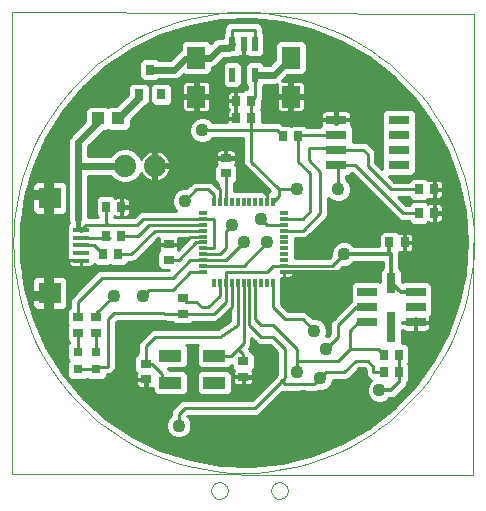
<source format=gtl>
G75*
G70*
%OFA0B0*%
%FSLAX24Y24*%
%IPPOS*%
%LPD*%
%AMOC8*
5,1,8,0,0,1.08239X$1,22.5*
%
%ADD10C,0.0000*%
%ADD11C,0.0039*%
%ADD12R,0.0315X0.0118*%
%ADD13R,0.0118X0.0315*%
%ADD14R,0.0748X0.0433*%
%ADD15R,0.0354X0.0276*%
%ADD16R,0.0551X0.0138*%
%ADD17R,0.0748X0.0709*%
%ADD18R,0.0276X0.0354*%
%ADD19R,0.0217X0.0472*%
%ADD20R,0.0630X0.0748*%
%ADD21R,0.0315X0.0354*%
%ADD22R,0.0433X0.0394*%
%ADD23R,0.0315X0.0315*%
%ADD24R,0.0709X0.0315*%
%ADD25R,0.0315X0.0984*%
%ADD26R,0.0315X0.0657*%
%ADD27R,0.0657X0.0315*%
%ADD28C,0.0740*%
%ADD29C,0.0100*%
%ADD30C,0.0436*%
%ADD31C,0.0120*%
%ADD32C,0.0320*%
%ADD33C,0.0240*%
%ADD34C,0.0160*%
D10*
X000100Y003545D02*
X000116Y018919D01*
X015512Y018879D01*
X015491Y003490D01*
X000100Y003545D01*
X006754Y002979D02*
X006756Y003012D01*
X006762Y003044D01*
X006771Y003075D01*
X006784Y003105D01*
X006801Y003133D01*
X006821Y003159D01*
X006844Y003183D01*
X006869Y003203D01*
X006897Y003221D01*
X006926Y003235D01*
X006957Y003245D01*
X006989Y003252D01*
X007022Y003255D01*
X007055Y003254D01*
X007087Y003249D01*
X007118Y003240D01*
X007149Y003228D01*
X007177Y003212D01*
X007204Y003193D01*
X007228Y003171D01*
X007249Y003146D01*
X007268Y003119D01*
X007283Y003090D01*
X007294Y003060D01*
X007302Y003028D01*
X007306Y002995D01*
X007306Y002963D01*
X007302Y002930D01*
X007294Y002898D01*
X007283Y002868D01*
X007268Y002839D01*
X007249Y002812D01*
X007228Y002787D01*
X007204Y002765D01*
X007177Y002746D01*
X007149Y002730D01*
X007118Y002718D01*
X007087Y002709D01*
X007055Y002704D01*
X007022Y002703D01*
X006989Y002706D01*
X006957Y002713D01*
X006926Y002723D01*
X006897Y002737D01*
X006869Y002755D01*
X006844Y002775D01*
X006821Y002799D01*
X006801Y002825D01*
X006784Y002853D01*
X006771Y002883D01*
X006762Y002914D01*
X006756Y002946D01*
X006754Y002979D01*
X008754Y002979D02*
X008756Y003012D01*
X008762Y003044D01*
X008771Y003075D01*
X008784Y003105D01*
X008801Y003133D01*
X008821Y003159D01*
X008844Y003183D01*
X008869Y003203D01*
X008897Y003221D01*
X008926Y003235D01*
X008957Y003245D01*
X008989Y003252D01*
X009022Y003255D01*
X009055Y003254D01*
X009087Y003249D01*
X009118Y003240D01*
X009149Y003228D01*
X009177Y003212D01*
X009204Y003193D01*
X009228Y003171D01*
X009249Y003146D01*
X009268Y003119D01*
X009283Y003090D01*
X009294Y003060D01*
X009302Y003028D01*
X009306Y002995D01*
X009306Y002963D01*
X009302Y002930D01*
X009294Y002898D01*
X009283Y002868D01*
X009268Y002839D01*
X009249Y002812D01*
X009228Y002787D01*
X009204Y002765D01*
X009177Y002746D01*
X009149Y002730D01*
X009118Y002718D01*
X009087Y002709D01*
X009055Y002704D01*
X009022Y002703D01*
X008989Y002706D01*
X008957Y002713D01*
X008926Y002723D01*
X008897Y002737D01*
X008869Y002755D01*
X008844Y002775D01*
X008821Y002799D01*
X008801Y002825D01*
X008784Y002853D01*
X008771Y002883D01*
X008762Y002914D01*
X008756Y002946D01*
X008754Y002979D01*
D11*
X000156Y011247D02*
X000165Y011624D01*
X000193Y011999D01*
X000239Y012373D01*
X000304Y012745D01*
X000386Y013112D01*
X000487Y013476D01*
X000605Y013833D01*
X000740Y014185D01*
X000893Y014529D01*
X001062Y014866D01*
X001248Y015194D01*
X001450Y015512D01*
X001667Y015820D01*
X001899Y016117D01*
X002145Y016403D01*
X002405Y016675D01*
X002677Y016935D01*
X002963Y017181D01*
X003260Y017413D01*
X003568Y017630D01*
X003886Y017832D01*
X004214Y018018D01*
X004551Y018187D01*
X004895Y018340D01*
X005247Y018475D01*
X005604Y018593D01*
X005968Y018694D01*
X006335Y018776D01*
X006707Y018841D01*
X007081Y018887D01*
X007456Y018915D01*
X007833Y018924D01*
X008210Y018915D01*
X008585Y018887D01*
X008959Y018841D01*
X009331Y018776D01*
X009698Y018694D01*
X010062Y018593D01*
X010419Y018475D01*
X010771Y018340D01*
X011115Y018187D01*
X011452Y018018D01*
X011780Y017832D01*
X012098Y017630D01*
X012406Y017413D01*
X012703Y017181D01*
X012989Y016935D01*
X013261Y016675D01*
X013521Y016403D01*
X013767Y016117D01*
X013999Y015820D01*
X014216Y015512D01*
X014418Y015194D01*
X014604Y014866D01*
X014773Y014529D01*
X014926Y014185D01*
X015061Y013833D01*
X015179Y013476D01*
X015280Y013112D01*
X015362Y012745D01*
X015427Y012373D01*
X015473Y011999D01*
X015501Y011624D01*
X015510Y011247D01*
X015501Y010870D01*
X015473Y010495D01*
X015427Y010121D01*
X015362Y009749D01*
X015280Y009382D01*
X015179Y009018D01*
X015061Y008661D01*
X014926Y008309D01*
X014773Y007965D01*
X014604Y007628D01*
X014418Y007300D01*
X014216Y006982D01*
X013999Y006674D01*
X013767Y006377D01*
X013521Y006091D01*
X013261Y005819D01*
X012989Y005559D01*
X012703Y005313D01*
X012406Y005081D01*
X012098Y004864D01*
X011780Y004662D01*
X011452Y004476D01*
X011115Y004307D01*
X010771Y004154D01*
X010419Y004019D01*
X010062Y003901D01*
X009698Y003800D01*
X009331Y003718D01*
X008959Y003653D01*
X008585Y003607D01*
X008210Y003579D01*
X007833Y003570D01*
X007456Y003579D01*
X007081Y003607D01*
X006707Y003653D01*
X006335Y003718D01*
X005968Y003800D01*
X005604Y003901D01*
X005247Y004019D01*
X004895Y004154D01*
X004551Y004307D01*
X004214Y004476D01*
X003886Y004662D01*
X003568Y004864D01*
X003260Y005081D01*
X002963Y005313D01*
X002677Y005559D01*
X002405Y005819D01*
X002145Y006091D01*
X001899Y006377D01*
X001667Y006674D01*
X001450Y006982D01*
X001248Y007300D01*
X001062Y007628D01*
X000893Y007965D01*
X000740Y008309D01*
X000605Y008661D01*
X000487Y009018D01*
X000386Y009382D01*
X000304Y009749D01*
X000239Y010121D01*
X000193Y010495D01*
X000165Y010870D01*
X000156Y011247D01*
D12*
X006494Y011247D03*
X006494Y011050D03*
X006494Y010853D03*
X006494Y010656D03*
X006494Y010460D03*
X006494Y010263D03*
X006494Y011444D03*
X006494Y011641D03*
X006494Y011838D03*
X006494Y012034D03*
X006494Y012231D03*
X009172Y012231D03*
X009172Y012034D03*
X009172Y011838D03*
X009172Y011641D03*
X009172Y011444D03*
X009172Y011247D03*
X009172Y011050D03*
X009172Y010853D03*
X009172Y010656D03*
X009172Y010460D03*
X009172Y010263D03*
D13*
X008817Y009908D03*
X008620Y009908D03*
X008424Y009908D03*
X008227Y009908D03*
X008030Y009908D03*
X007833Y009908D03*
X007636Y009908D03*
X007439Y009908D03*
X007243Y009908D03*
X007046Y009908D03*
X006849Y009908D03*
X006849Y012586D03*
X007046Y012586D03*
X007243Y012586D03*
X007439Y012586D03*
X007636Y012586D03*
X007833Y012586D03*
X008030Y012586D03*
X008227Y012586D03*
X008424Y012586D03*
X008620Y012586D03*
X008817Y012586D03*
D14*
X006850Y007479D03*
X006850Y006574D03*
X005394Y006574D03*
X005394Y007479D03*
D15*
X004581Y007202D03*
X004581Y006690D03*
X002912Y008235D03*
X002912Y008747D03*
X002321Y008747D03*
X002321Y008235D03*
X005333Y010675D03*
X005333Y011186D03*
X005802Y009385D03*
X005802Y008873D03*
X007819Y007282D03*
X007819Y006771D03*
X007243Y013550D03*
X007243Y014062D03*
D16*
X002418Y011660D03*
X002418Y011405D03*
X002418Y011149D03*
X002418Y010893D03*
X002418Y010637D03*
D17*
X001375Y009574D03*
X001375Y012723D03*
D18*
X003246Y012428D03*
X003758Y012428D03*
X003750Y011464D03*
X003238Y011464D03*
X003139Y010849D03*
X003651Y010849D03*
X007577Y015381D03*
X008089Y015381D03*
X008089Y015971D03*
X007577Y015971D03*
X009152Y014790D03*
X009664Y014790D03*
X012695Y011247D03*
X013207Y011247D03*
X013680Y012231D03*
X014191Y012231D03*
X014191Y013019D03*
X013680Y013019D03*
X013010Y007507D03*
X013010Y006916D03*
X012498Y006916D03*
X012498Y007507D03*
D19*
X008207Y016838D03*
X007459Y016838D03*
X007459Y017861D03*
X007833Y017861D03*
X008207Y017861D03*
D20*
X009408Y017408D03*
X009408Y016109D03*
X006258Y016109D03*
X006258Y017408D03*
D21*
X005089Y016184D03*
X004341Y016184D03*
X004715Y017011D03*
D22*
X003656Y015381D03*
X002987Y015381D03*
D23*
X002912Y007605D03*
X002912Y007015D03*
X002321Y007015D03*
X002321Y007605D03*
D24*
X010917Y013844D03*
X010917Y014344D03*
X010917Y014844D03*
X010917Y015344D03*
X013017Y015344D03*
X013017Y014844D03*
X013017Y014344D03*
X013017Y013844D03*
D25*
X012754Y008432D03*
D26*
X012754Y009895D03*
D27*
X011941Y009582D03*
X011941Y009082D03*
X011941Y008582D03*
X013567Y008582D03*
X013567Y009082D03*
X013567Y009582D03*
D28*
X004880Y013806D03*
X003880Y013806D03*
D29*
X003462Y014208D02*
X002651Y014208D01*
X002651Y014136D02*
X002651Y014457D01*
X003169Y014974D01*
X003290Y014974D01*
X003321Y015005D01*
X003352Y014974D01*
X003959Y014974D01*
X004082Y015097D01*
X004082Y015341D01*
X004539Y015797D01*
X004585Y015797D01*
X004708Y015920D01*
X004708Y016448D01*
X004585Y016571D01*
X004096Y016571D01*
X003973Y016448D01*
X003973Y016165D01*
X003596Y015788D01*
X003352Y015788D01*
X003321Y015757D01*
X003290Y015788D01*
X002683Y015788D01*
X002560Y015665D01*
X002560Y015299D01*
X002041Y014780D01*
X001991Y014659D01*
X001991Y011969D01*
X002019Y011903D01*
X001933Y011816D01*
X001933Y010737D01*
X001993Y010677D01*
X001993Y010637D01*
X002033Y010637D01*
X001993Y010637D01*
X001993Y010548D01*
X002003Y010510D01*
X002022Y010476D01*
X002050Y010448D01*
X002085Y010428D01*
X002123Y010418D01*
X002418Y010418D01*
X002418Y010614D01*
X002418Y010614D01*
X002418Y010418D01*
X002713Y010418D01*
X002752Y010428D01*
X002786Y010448D01*
X002814Y010476D01*
X002833Y010510D01*
X002840Y010536D01*
X002915Y010461D01*
X003364Y010461D01*
X003395Y010493D01*
X003426Y010461D01*
X003876Y010461D01*
X003999Y010584D01*
X003999Y010591D01*
X004096Y010593D01*
X004145Y010593D01*
X004148Y010595D01*
X004151Y010595D01*
X004195Y010614D01*
X004240Y010633D01*
X004242Y010635D01*
X004245Y010636D01*
X004279Y010672D01*
X004988Y011381D01*
X005016Y011381D01*
X005006Y011344D01*
X005006Y011205D01*
X005314Y011205D01*
X005314Y011168D01*
X005006Y011168D01*
X005006Y011029D01*
X005016Y010991D01*
X005024Y010977D01*
X004946Y010899D01*
X004946Y010450D01*
X005069Y010327D01*
X005364Y010327D01*
X005363Y010326D01*
X003057Y010326D01*
X002961Y010286D01*
X002174Y009499D01*
X002101Y009426D01*
X002061Y009330D01*
X002061Y009095D01*
X002057Y009095D01*
X001934Y008972D01*
X001934Y008522D01*
X001965Y008491D01*
X001934Y008460D01*
X001934Y008010D01*
X002024Y007920D01*
X001954Y007850D01*
X001954Y007361D01*
X002005Y007310D01*
X001954Y007259D01*
X001954Y006770D01*
X002077Y006647D01*
X002566Y006647D01*
X002617Y006698D01*
X002667Y006647D01*
X003156Y006647D01*
X003279Y006770D01*
X003279Y006853D01*
X003357Y006853D01*
X003453Y006893D01*
X003526Y006966D01*
X003566Y007061D01*
X003566Y008580D01*
X003610Y008625D01*
X005070Y008625D01*
X005227Y008616D01*
X005234Y008613D01*
X005278Y008613D01*
X005323Y008611D01*
X005330Y008613D01*
X005450Y008613D01*
X005537Y008525D01*
X006066Y008525D01*
X006154Y008613D01*
X006889Y008613D01*
X006984Y008653D01*
X007376Y009045D01*
X007376Y008630D01*
X006967Y008357D01*
X004829Y008357D01*
X004733Y008318D01*
X004434Y008019D01*
X004361Y007946D01*
X004321Y007850D01*
X004321Y007550D01*
X004317Y007550D01*
X004194Y007427D01*
X004194Y006977D01*
X004272Y006899D01*
X004264Y006886D01*
X004254Y006848D01*
X004254Y006709D01*
X004562Y006709D01*
X004562Y006671D01*
X004600Y006671D01*
X004600Y006403D01*
X004778Y006403D01*
X004810Y006411D01*
X004810Y006270D01*
X004933Y006147D01*
X005855Y006147D01*
X005978Y006270D01*
X005978Y006877D01*
X005855Y007000D01*
X005354Y007000D01*
X005349Y007012D01*
X005308Y007053D01*
X005855Y007053D01*
X005978Y007176D01*
X005978Y007783D01*
X005923Y007837D01*
X006321Y007837D01*
X006266Y007783D01*
X006266Y007176D01*
X006389Y007053D01*
X007311Y007053D01*
X007432Y007173D01*
X007432Y007058D01*
X007510Y006980D01*
X007502Y006966D01*
X007492Y006928D01*
X007492Y006790D01*
X007800Y006790D01*
X007800Y006752D01*
X007492Y006752D01*
X007492Y006613D01*
X007502Y006575D01*
X007522Y006541D01*
X007550Y006513D01*
X007584Y006493D01*
X007622Y006483D01*
X007800Y006483D01*
X007800Y006752D01*
X007838Y006752D01*
X007838Y006790D01*
X008146Y006790D01*
X008146Y006928D01*
X008136Y006966D01*
X008128Y006980D01*
X008206Y007058D01*
X008206Y007507D01*
X008083Y007630D01*
X008055Y007630D01*
X008039Y007668D01*
X008004Y007704D01*
X008053Y007753D01*
X008093Y007849D01*
X008093Y008060D01*
X008203Y007950D01*
X008276Y007877D01*
X008372Y007837D01*
X008710Y007837D01*
X008951Y007596D01*
X008951Y006841D01*
X008884Y006774D01*
X008874Y006750D01*
X008119Y005995D01*
X005813Y005995D01*
X005717Y005956D01*
X005520Y005759D01*
X005447Y005686D01*
X005408Y005590D01*
X005408Y005490D01*
X005305Y005387D01*
X005240Y005230D01*
X005240Y005060D01*
X005305Y004902D01*
X005425Y004782D01*
X005583Y004717D01*
X005753Y004717D01*
X005910Y004782D01*
X006031Y004902D01*
X006096Y005060D01*
X006096Y005230D01*
X006031Y005387D01*
X005957Y005460D01*
X005972Y005475D01*
X008278Y005475D01*
X008374Y005515D01*
X008447Y005588D01*
X009125Y006266D01*
X009157Y006253D01*
X009265Y006253D01*
X009289Y006263D01*
X010247Y006263D01*
X010316Y006291D01*
X010477Y006291D01*
X010635Y006357D01*
X010755Y006477D01*
X010820Y006634D01*
X010820Y006656D01*
X011231Y006656D01*
X011327Y006696D01*
X011400Y006769D01*
X011681Y007050D01*
X011859Y007050D01*
X011904Y007005D01*
X011904Y006865D01*
X011943Y006769D01*
X012017Y006696D01*
X012093Y006664D01*
X011998Y006568D01*
X011933Y006411D01*
X011933Y006241D01*
X011998Y006083D01*
X012118Y005963D01*
X012275Y005898D01*
X012446Y005898D01*
X012603Y005963D01*
X012696Y006056D01*
X012808Y006056D01*
X012907Y006097D01*
X012983Y006173D01*
X013239Y006429D01*
X013280Y006528D01*
X013280Y006574D01*
X013358Y006652D01*
X013358Y007180D01*
X013327Y007212D01*
X013358Y007243D01*
X013358Y007771D01*
X013235Y007894D01*
X013122Y007894D01*
X013122Y008329D01*
X013146Y008304D01*
X013181Y008284D01*
X013219Y008274D01*
X013539Y008274D01*
X013539Y008553D01*
X013596Y008553D01*
X013596Y008274D01*
X013916Y008274D01*
X013954Y008284D01*
X013988Y008304D01*
X014016Y008332D01*
X014036Y008366D01*
X014046Y008404D01*
X014046Y008553D01*
X013596Y008553D01*
X013596Y008610D01*
X014046Y008610D01*
X014046Y008759D01*
X014042Y008773D01*
X014106Y008837D01*
X014106Y009326D01*
X014101Y009332D01*
X014106Y009337D01*
X014106Y009826D01*
X013983Y009949D01*
X013152Y009949D01*
X013122Y009919D01*
X013122Y010310D01*
X013024Y010408D01*
X013024Y010907D01*
X013015Y010929D01*
X013050Y010920D01*
X013188Y010920D01*
X013188Y011228D01*
X013226Y011228D01*
X013226Y010920D01*
X013365Y010920D01*
X013403Y010930D01*
X013437Y010950D01*
X013465Y010978D01*
X013485Y011012D01*
X013495Y011050D01*
X013495Y011228D01*
X013226Y011228D01*
X013226Y011266D01*
X013188Y011266D01*
X013188Y011574D01*
X013050Y011574D01*
X013011Y011564D01*
X012998Y011556D01*
X012920Y011634D01*
X012470Y011634D01*
X012347Y011511D01*
X012347Y011123D01*
X011515Y011123D01*
X011422Y011216D01*
X011265Y011281D01*
X011094Y011281D01*
X010937Y011216D01*
X010817Y011096D01*
X010751Y010939D01*
X010751Y010793D01*
X010678Y010720D01*
X009539Y010720D01*
X009539Y011381D01*
X009853Y011381D01*
X009949Y011420D01*
X010022Y011493D01*
X010539Y012011D01*
X010539Y012011D01*
X010613Y012084D01*
X010652Y012180D01*
X010652Y012744D01*
X010740Y012656D01*
X010898Y012591D01*
X011068Y012591D01*
X011225Y012656D01*
X011346Y012776D01*
X011411Y012934D01*
X011411Y013104D01*
X011346Y013261D01*
X011243Y013364D01*
X011243Y013476D01*
X011358Y013476D01*
X011447Y013565D01*
X012928Y012084D01*
X013001Y012011D01*
X013096Y011971D01*
X013332Y011971D01*
X013332Y011967D01*
X013455Y011844D01*
X013904Y011844D01*
X013982Y011922D01*
X013996Y011914D01*
X014034Y011904D01*
X014172Y011904D01*
X014172Y012212D01*
X014210Y012212D01*
X014210Y011904D01*
X014349Y011904D01*
X014387Y011914D01*
X014421Y011934D01*
X014449Y011962D01*
X014469Y011996D01*
X014479Y012034D01*
X014479Y012212D01*
X014210Y012212D01*
X014210Y012250D01*
X014172Y012250D01*
X014172Y012558D01*
X014034Y012558D01*
X013996Y012548D01*
X013982Y012541D01*
X013904Y012618D01*
X013455Y012618D01*
X013332Y012495D01*
X013332Y012491D01*
X013256Y012491D01*
X012988Y012759D01*
X013332Y012759D01*
X013332Y012755D01*
X013455Y012632D01*
X013904Y012632D01*
X013982Y012709D01*
X013996Y012702D01*
X014034Y012692D01*
X014172Y012692D01*
X014172Y013000D01*
X014210Y013000D01*
X014210Y012692D01*
X014349Y012692D01*
X014387Y012702D01*
X014421Y012722D01*
X014449Y012749D01*
X014469Y012784D01*
X014479Y012822D01*
X014479Y013000D01*
X014210Y013000D01*
X014210Y013038D01*
X014172Y013038D01*
X014172Y013346D01*
X014034Y013346D01*
X013996Y013336D01*
X013982Y013328D01*
X013904Y013406D01*
X013455Y013406D01*
X013332Y013283D01*
X013332Y013279D01*
X012862Y013279D01*
X012665Y013476D01*
X013458Y013476D01*
X013581Y013599D01*
X013581Y014088D01*
X013576Y014094D01*
X013581Y014099D01*
X013581Y014588D01*
X013576Y014594D01*
X013581Y014599D01*
X013581Y015088D01*
X013576Y015094D01*
X013581Y015099D01*
X013581Y015588D01*
X013458Y015711D01*
X012576Y015711D01*
X012453Y015588D01*
X012453Y015099D01*
X012458Y015094D01*
X012453Y015088D01*
X012453Y014599D01*
X012458Y014594D01*
X012453Y014588D01*
X012453Y014099D01*
X012458Y014094D01*
X012453Y014088D01*
X012453Y013688D01*
X012227Y013914D01*
X012227Y014252D01*
X012187Y014347D01*
X012114Y014420D01*
X011971Y014564D01*
X011875Y014604D01*
X011481Y014604D01*
X011481Y015088D01*
X011417Y015152D01*
X011421Y015166D01*
X011421Y015315D01*
X010946Y015315D01*
X010946Y015372D01*
X011421Y015372D01*
X011421Y015521D01*
X011411Y015559D01*
X011391Y015593D01*
X011363Y015621D01*
X011329Y015641D01*
X011291Y015651D01*
X010946Y015651D01*
X010946Y015372D01*
X010888Y015372D01*
X010888Y015315D01*
X010413Y015315D01*
X010413Y015166D01*
X010416Y015152D01*
X010368Y015104D01*
X009963Y015104D01*
X009889Y015178D01*
X009439Y015178D01*
X009408Y015146D01*
X009377Y015178D01*
X009132Y015178D01*
X009102Y015208D01*
X009007Y015247D01*
X008437Y015247D01*
X008437Y015645D01*
X008406Y015676D01*
X008437Y015707D01*
X008437Y015965D01*
X008467Y016038D01*
X008467Y016456D01*
X008519Y016508D01*
X008903Y016508D01*
X008949Y016527D01*
X008943Y016503D01*
X008943Y016159D01*
X009358Y016159D01*
X009358Y016059D01*
X009458Y016059D01*
X009458Y015585D01*
X009743Y015585D01*
X009781Y015595D01*
X009815Y015615D01*
X009843Y015643D01*
X009863Y015677D01*
X009873Y015715D01*
X009873Y016059D01*
X009458Y016059D01*
X009458Y016159D01*
X009873Y016159D01*
X009873Y016503D01*
X009863Y016541D01*
X009843Y016575D01*
X009815Y016603D01*
X009781Y016623D01*
X009743Y016633D01*
X009458Y016633D01*
X009458Y016159D01*
X009358Y016159D01*
X009358Y016633D01*
X009099Y016633D01*
X009291Y016824D01*
X009810Y016824D01*
X009933Y016947D01*
X009933Y017869D01*
X009810Y017992D01*
X009006Y017992D01*
X008883Y017869D01*
X008883Y017350D01*
X008700Y017168D01*
X008519Y017168D01*
X008402Y017284D01*
X008012Y017284D01*
X007889Y017161D01*
X007889Y016932D01*
X007877Y016903D01*
X007877Y016772D01*
X007889Y016744D01*
X007889Y016514D01*
X007947Y016456D01*
X007947Y016359D01*
X007864Y016359D01*
X007786Y016281D01*
X007773Y016288D01*
X007735Y016299D01*
X007596Y016299D01*
X007596Y015990D01*
X007558Y015990D01*
X007558Y015953D01*
X007289Y015953D01*
X007289Y015775D01*
X007300Y015736D01*
X007319Y015702D01*
X007345Y015676D01*
X007319Y015650D01*
X007300Y015616D01*
X007289Y015578D01*
X007289Y015400D01*
X007558Y015400D01*
X007558Y015362D01*
X007289Y015362D01*
X007289Y015247D01*
X006801Y015247D01*
X006698Y015350D01*
X006540Y015415D01*
X006370Y015415D01*
X006213Y015350D01*
X006092Y015230D01*
X006027Y015072D01*
X006027Y014902D01*
X006092Y014745D01*
X006213Y014624D01*
X006370Y014559D01*
X006540Y014559D01*
X006698Y014624D01*
X006801Y014727D01*
X007829Y014727D01*
X007829Y013892D01*
X007869Y013797D01*
X008712Y012953D01*
X008671Y012953D01*
X008620Y012902D01*
X008570Y012953D01*
X007503Y012953D01*
X007503Y013202D01*
X007507Y013202D01*
X007630Y013325D01*
X007630Y013775D01*
X007552Y013853D01*
X007559Y013866D01*
X007570Y013904D01*
X007570Y014043D01*
X007261Y014043D01*
X007261Y014081D01*
X007224Y014081D01*
X007224Y014350D01*
X007046Y014350D01*
X007007Y014340D01*
X006973Y014320D01*
X006945Y014292D01*
X006926Y014258D01*
X006915Y014220D01*
X006915Y014081D01*
X007224Y014081D01*
X007224Y014043D01*
X006915Y014043D01*
X006915Y013904D01*
X006926Y013866D01*
X006933Y013853D01*
X006855Y013775D01*
X006855Y013325D01*
X006978Y013202D01*
X006983Y013202D01*
X006983Y013056D01*
X006872Y013166D01*
X006799Y013239D01*
X006704Y013279D01*
X006207Y013279D01*
X006111Y013239D01*
X006038Y013166D01*
X005925Y013053D01*
X005779Y013053D01*
X005622Y012988D01*
X005502Y012868D01*
X005436Y012710D01*
X005436Y012540D01*
X005502Y012382D01*
X005590Y012294D01*
X004435Y012294D01*
X004339Y012255D01*
X004182Y012098D01*
X003528Y012098D01*
X003549Y012119D01*
X003563Y012111D01*
X003601Y012101D01*
X003739Y012101D01*
X003739Y012409D01*
X003777Y012409D01*
X003777Y012101D01*
X003916Y012101D01*
X003954Y012111D01*
X003988Y012131D01*
X004016Y012159D01*
X004036Y012193D01*
X004046Y012231D01*
X004046Y012409D01*
X003777Y012409D01*
X003777Y012447D01*
X003739Y012447D01*
X003739Y012755D01*
X003601Y012755D01*
X003563Y012745D01*
X003549Y012737D01*
X003471Y012815D01*
X003022Y012815D01*
X002899Y012692D01*
X002899Y012164D01*
X002965Y012098D01*
X002651Y012098D01*
X002651Y013476D01*
X003390Y013476D01*
X003552Y013314D01*
X003765Y013226D01*
X003996Y013226D01*
X004209Y013314D01*
X004372Y013478D01*
X004413Y013577D01*
X004436Y013534D01*
X004484Y013467D01*
X004542Y013409D01*
X004608Y013361D01*
X004681Y013324D01*
X004759Y013299D01*
X004830Y013288D01*
X004830Y013756D01*
X004930Y013756D01*
X004930Y013288D01*
X005002Y013299D01*
X005080Y013324D01*
X005153Y013361D01*
X005219Y013409D01*
X005277Y013467D01*
X005325Y013534D01*
X005362Y013606D01*
X005388Y013684D01*
X005399Y013756D01*
X004930Y013756D01*
X004930Y013856D01*
X004830Y013856D01*
X004830Y014325D01*
X004759Y014313D01*
X004681Y014288D01*
X004608Y014251D01*
X004542Y014203D01*
X004484Y014145D01*
X004436Y014079D01*
X004413Y014035D01*
X004372Y014135D01*
X004209Y014298D01*
X003996Y014386D01*
X003765Y014386D01*
X003552Y014298D01*
X003390Y014136D01*
X002651Y014136D01*
X002651Y014306D02*
X003573Y014306D01*
X003331Y014996D02*
X003312Y014996D01*
X003092Y014897D02*
X006029Y014897D01*
X006027Y014996D02*
X003981Y014996D01*
X004080Y015094D02*
X006036Y015094D01*
X006077Y015193D02*
X004082Y015193D01*
X004082Y015291D02*
X006154Y015291D01*
X006309Y015390D02*
X004132Y015390D01*
X004230Y015488D02*
X007289Y015488D01*
X007292Y015587D02*
X006599Y015587D01*
X006593Y015585D02*
X006631Y015595D01*
X006665Y015615D01*
X006693Y015643D01*
X006713Y015677D01*
X006723Y015715D01*
X006723Y016059D01*
X006308Y016059D01*
X006308Y015585D01*
X006593Y015585D01*
X006715Y015685D02*
X007336Y015685D01*
X007289Y015784D02*
X006723Y015784D01*
X006723Y015882D02*
X007289Y015882D01*
X007289Y015990D02*
X007558Y015990D01*
X007558Y016299D01*
X007420Y016299D01*
X007381Y016288D01*
X007347Y016269D01*
X007319Y016241D01*
X007300Y016207D01*
X007289Y016168D01*
X007289Y015990D01*
X007289Y016079D02*
X006308Y016079D01*
X006308Y016059D02*
X006308Y016159D01*
X006208Y016159D01*
X006208Y016059D01*
X006308Y016059D01*
X006308Y015981D02*
X006208Y015981D01*
X006208Y016059D02*
X006208Y015585D01*
X005924Y015585D01*
X005885Y015595D01*
X005851Y015615D01*
X005823Y015643D01*
X005804Y015677D01*
X005793Y015715D01*
X005793Y016059D01*
X006208Y016059D01*
X006208Y016079D02*
X005456Y016079D01*
X005456Y015981D02*
X005793Y015981D01*
X005793Y015882D02*
X005419Y015882D01*
X005456Y015920D02*
X005333Y015797D01*
X004845Y015797D01*
X004721Y015920D01*
X004721Y016448D01*
X004845Y016571D01*
X005333Y016571D01*
X005456Y016448D01*
X005456Y015920D01*
X005456Y016178D02*
X005793Y016178D01*
X005793Y016159D02*
X005793Y016503D01*
X005804Y016541D01*
X005823Y016575D01*
X005851Y016603D01*
X005885Y016623D01*
X005924Y016633D01*
X006208Y016633D01*
X006208Y016159D01*
X005793Y016159D01*
X005793Y016276D02*
X005456Y016276D01*
X005456Y016375D02*
X005793Y016375D01*
X005793Y016473D02*
X005431Y016473D01*
X005592Y016681D02*
X005713Y016731D01*
X005806Y016824D01*
X005831Y016849D01*
X005856Y016824D01*
X006660Y016824D01*
X006783Y016947D01*
X006783Y017081D01*
X006898Y017129D01*
X007182Y017413D01*
X007407Y017413D01*
X007411Y017415D01*
X007654Y017415D01*
X007714Y017475D01*
X007829Y017475D01*
X007829Y017857D01*
X007837Y017857D01*
X007837Y017475D01*
X007952Y017475D01*
X008012Y017415D01*
X008402Y017415D01*
X008525Y017538D01*
X008525Y018184D01*
X008487Y018223D01*
X008487Y018385D01*
X008447Y018481D01*
X008374Y018554D01*
X008278Y018594D01*
X007388Y018594D01*
X007292Y018554D01*
X007219Y018481D01*
X007179Y018385D01*
X007179Y018223D01*
X007141Y018184D01*
X007141Y018073D01*
X006980Y018073D01*
X006859Y018023D01*
X006766Y017930D01*
X006744Y017908D01*
X006660Y017992D01*
X005856Y017992D01*
X005733Y017869D01*
X005733Y017652D01*
X005678Y017629D01*
X005389Y017341D01*
X005017Y017341D01*
X004959Y017398D01*
X004470Y017398D01*
X004347Y017275D01*
X004347Y016747D01*
X004470Y016624D01*
X004959Y016624D01*
X005017Y016681D01*
X005592Y016681D01*
X005751Y016769D02*
X007141Y016769D01*
X007141Y016867D02*
X006703Y016867D01*
X006783Y016966D02*
X007141Y016966D01*
X007141Y017064D02*
X006783Y017064D01*
X006932Y017163D02*
X007143Y017163D01*
X007141Y017161D02*
X007264Y017284D01*
X007654Y017284D01*
X007777Y017161D01*
X007777Y016514D01*
X007654Y016391D01*
X007264Y016391D01*
X007141Y016514D01*
X007141Y017161D01*
X007241Y017261D02*
X007031Y017261D01*
X007129Y017360D02*
X008883Y017360D01*
X008883Y017458D02*
X008446Y017458D01*
X008525Y017557D02*
X008883Y017557D01*
X008883Y017655D02*
X008525Y017655D01*
X008525Y017754D02*
X008883Y017754D01*
X008883Y017852D02*
X008525Y017852D01*
X008525Y017951D02*
X008964Y017951D01*
X008525Y018049D02*
X010829Y018049D01*
X011073Y017951D02*
X009851Y017951D01*
X009933Y017852D02*
X011251Y017852D01*
X011098Y017941D02*
X011998Y017421D01*
X012816Y016782D01*
X013538Y016034D01*
X014149Y015194D01*
X014637Y014276D01*
X014992Y013300D01*
X015208Y012284D01*
X015281Y011247D01*
X015208Y010211D01*
X014992Y009194D01*
X014637Y008218D01*
X014149Y007300D01*
X013538Y006460D01*
X012816Y005712D01*
X011998Y005073D01*
X011098Y004553D01*
X010134Y004164D01*
X009126Y003913D01*
X008093Y003804D01*
X007055Y003840D01*
X006031Y004021D01*
X005043Y004342D01*
X004109Y004797D01*
X003248Y005378D01*
X002476Y006074D01*
X001808Y006870D01*
X001257Y007751D01*
X000835Y008700D01*
X000548Y009699D01*
X000404Y010728D01*
X000404Y011767D01*
X000548Y012795D01*
X000835Y013794D01*
X001257Y014743D01*
X001808Y015625D01*
X002476Y016421D01*
X003248Y017116D01*
X004109Y017697D01*
X005043Y018152D01*
X006031Y018473D01*
X007055Y018654D01*
X008047Y018688D01*
X008110Y018688D01*
X009126Y018581D01*
X010134Y018330D01*
X011098Y017941D01*
X011422Y017754D02*
X009933Y017754D01*
X009933Y017655D02*
X011592Y017655D01*
X011763Y017557D02*
X009933Y017557D01*
X009933Y017458D02*
X011933Y017458D01*
X012076Y017360D02*
X009933Y017360D01*
X009933Y017261D02*
X012202Y017261D01*
X012328Y017163D02*
X009933Y017163D01*
X009933Y017064D02*
X012454Y017064D01*
X012580Y016966D02*
X009933Y016966D01*
X009853Y016867D02*
X012707Y016867D01*
X012829Y016769D02*
X009235Y016769D01*
X009137Y016670D02*
X012924Y016670D01*
X013019Y016572D02*
X009845Y016572D01*
X009873Y016473D02*
X013114Y016473D01*
X013209Y016375D02*
X009873Y016375D01*
X009873Y016276D02*
X013304Y016276D01*
X013399Y016178D02*
X009873Y016178D01*
X009873Y015981D02*
X013577Y015981D01*
X013648Y015882D02*
X009873Y015882D01*
X009873Y015784D02*
X013720Y015784D01*
X013792Y015685D02*
X013484Y015685D01*
X013581Y015587D02*
X013863Y015587D01*
X013935Y015488D02*
X013581Y015488D01*
X013581Y015390D02*
X014006Y015390D01*
X014078Y015291D02*
X013581Y015291D01*
X013581Y015193D02*
X014149Y015193D01*
X014202Y015094D02*
X013577Y015094D01*
X013581Y014996D02*
X014254Y014996D01*
X014306Y014897D02*
X013581Y014897D01*
X013581Y014799D02*
X014359Y014799D01*
X014411Y014700D02*
X013581Y014700D01*
X013581Y014602D02*
X014464Y014602D01*
X014516Y014503D02*
X013581Y014503D01*
X013581Y014405D02*
X014568Y014405D01*
X014621Y014306D02*
X013581Y014306D01*
X013581Y014208D02*
X014662Y014208D01*
X014697Y014109D02*
X013581Y014109D01*
X013581Y014011D02*
X014733Y014011D01*
X014769Y013912D02*
X013581Y013912D01*
X013581Y013814D02*
X014805Y013814D01*
X014841Y013715D02*
X013581Y013715D01*
X013581Y013617D02*
X014877Y013617D01*
X014913Y013518D02*
X013501Y013518D01*
X013370Y013321D02*
X012819Y013321D01*
X012721Y013420D02*
X014948Y013420D01*
X014984Y013321D02*
X014412Y013321D01*
X014421Y013316D02*
X014387Y013336D01*
X014349Y013346D01*
X014210Y013346D01*
X014210Y013038D01*
X014479Y013038D01*
X014479Y013216D01*
X014469Y013254D01*
X014449Y013288D01*
X014421Y013316D01*
X014477Y013223D02*
X015008Y013223D01*
X015029Y013124D02*
X014479Y013124D01*
X014479Y012927D02*
X015071Y012927D01*
X015092Y012829D02*
X014479Y012829D01*
X014430Y012730D02*
X015113Y012730D01*
X015134Y012632D02*
X013905Y012632D01*
X014172Y012730D02*
X014210Y012730D01*
X014210Y012829D02*
X014172Y012829D01*
X014172Y012927D02*
X014210Y012927D01*
X014210Y013026D02*
X015050Y013026D01*
X015155Y012533D02*
X014413Y012533D01*
X014421Y012528D02*
X014387Y012548D01*
X014349Y012558D01*
X014210Y012558D01*
X014210Y012250D01*
X014479Y012250D01*
X014479Y012428D01*
X014469Y012466D01*
X014449Y012501D01*
X014421Y012528D01*
X014477Y012435D02*
X015176Y012435D01*
X015197Y012336D02*
X014479Y012336D01*
X014479Y012139D02*
X015218Y012139D01*
X015225Y012041D02*
X014479Y012041D01*
X014430Y011942D02*
X015232Y011942D01*
X015239Y011844D02*
X010372Y011844D01*
X010274Y011745D02*
X015246Y011745D01*
X015253Y011647D02*
X010175Y011647D01*
X010077Y011548D02*
X012385Y011548D01*
X012347Y011450D02*
X009978Y011450D01*
X009802Y011641D02*
X009172Y011641D01*
X009172Y011838D02*
X008620Y011838D01*
X008424Y012034D01*
X008620Y012586D02*
X008620Y012822D01*
X008424Y013019D01*
X008541Y013124D02*
X007503Y013124D01*
X007503Y013026D02*
X008639Y013026D01*
X008646Y012927D02*
X008595Y012927D01*
X008442Y013223D02*
X007527Y013223D01*
X007626Y013321D02*
X008344Y013321D01*
X008245Y013420D02*
X007630Y013420D01*
X007630Y013518D02*
X008147Y013518D01*
X008048Y013617D02*
X007630Y013617D01*
X007630Y013715D02*
X007950Y013715D01*
X007861Y013814D02*
X007591Y013814D01*
X007570Y013912D02*
X007829Y013912D01*
X007829Y014011D02*
X007570Y014011D01*
X007570Y014081D02*
X007570Y014220D01*
X007559Y014258D01*
X007540Y014292D01*
X007512Y014320D01*
X007478Y014340D01*
X007439Y014350D01*
X007261Y014350D01*
X007261Y014081D01*
X007570Y014081D01*
X007570Y014109D02*
X007829Y014109D01*
X007829Y014208D02*
X007570Y014208D01*
X007525Y014306D02*
X007829Y014306D01*
X007829Y014405D02*
X002651Y014405D01*
X002698Y014503D02*
X007829Y014503D01*
X007829Y014602D02*
X006644Y014602D01*
X006774Y014700D02*
X007829Y014700D01*
X008089Y014987D02*
X008955Y014987D01*
X009152Y014790D01*
X009117Y015193D02*
X010413Y015193D01*
X010413Y015291D02*
X008437Y015291D01*
X008437Y015390D02*
X010413Y015390D01*
X010413Y015372D02*
X010888Y015372D01*
X010888Y015651D01*
X010543Y015651D01*
X010505Y015641D01*
X010470Y015621D01*
X010443Y015593D01*
X010423Y015559D01*
X010413Y015521D01*
X010413Y015372D01*
X010413Y015488D02*
X008437Y015488D01*
X008437Y015587D02*
X009067Y015587D01*
X009073Y015585D02*
X009358Y015585D01*
X009358Y016059D01*
X008943Y016059D01*
X008943Y015715D01*
X008953Y015677D01*
X008973Y015643D01*
X009001Y015615D01*
X009035Y015595D01*
X009073Y015585D01*
X008951Y015685D02*
X008415Y015685D01*
X008437Y015784D02*
X008943Y015784D01*
X008943Y015882D02*
X008437Y015882D01*
X008444Y015981D02*
X008943Y015981D01*
X008943Y016178D02*
X008467Y016178D01*
X008467Y016276D02*
X008943Y016276D01*
X008943Y016375D02*
X008467Y016375D01*
X008484Y016473D02*
X008943Y016473D01*
X009358Y016473D02*
X009458Y016473D01*
X009458Y016375D02*
X009358Y016375D01*
X009358Y016276D02*
X009458Y016276D01*
X009458Y016178D02*
X009358Y016178D01*
X009358Y016079D02*
X008467Y016079D01*
X008207Y016090D02*
X008089Y015971D01*
X008089Y015381D01*
X008089Y014987D01*
X006455Y014987D01*
X006756Y015291D02*
X007289Y015291D01*
X007558Y015390D02*
X006602Y015390D01*
X006308Y015587D02*
X006208Y015587D01*
X006208Y015685D02*
X006308Y015685D01*
X006308Y015784D02*
X006208Y015784D01*
X006208Y015882D02*
X006308Y015882D01*
X006308Y016159D02*
X006723Y016159D01*
X006723Y016503D01*
X006713Y016541D01*
X006693Y016575D01*
X006665Y016603D01*
X006631Y016623D01*
X006593Y016633D01*
X006308Y016633D01*
X006308Y016159D01*
X006308Y016178D02*
X006208Y016178D01*
X006208Y016276D02*
X006308Y016276D01*
X006308Y016375D02*
X006208Y016375D01*
X006208Y016473D02*
X006308Y016473D01*
X006308Y016572D02*
X006208Y016572D01*
X005821Y016572D02*
X002644Y016572D01*
X002753Y016670D02*
X004424Y016670D01*
X004347Y016769D02*
X002863Y016769D01*
X002972Y016867D02*
X004347Y016867D01*
X004347Y016966D02*
X003082Y016966D01*
X003191Y017064D02*
X004347Y017064D01*
X004347Y017163D02*
X003318Y017163D01*
X003464Y017261D02*
X004347Y017261D01*
X004432Y017360D02*
X003610Y017360D01*
X003756Y017458D02*
X005507Y017458D01*
X005408Y017360D02*
X004998Y017360D01*
X004630Y017951D02*
X005815Y017951D01*
X005733Y017852D02*
X004428Y017852D01*
X004227Y017754D02*
X005733Y017754D01*
X005733Y017655D02*
X004048Y017655D01*
X003902Y017557D02*
X005605Y017557D01*
X005333Y018246D02*
X007179Y018246D01*
X007179Y018345D02*
X005636Y018345D01*
X005939Y018443D02*
X007203Y018443D01*
X007280Y018542D02*
X006420Y018542D01*
X006702Y017951D02*
X006787Y017951D01*
X006923Y018049D02*
X004832Y018049D01*
X005034Y018148D02*
X007141Y018148D01*
X007439Y018334D02*
X007439Y017881D01*
X007459Y017861D01*
X007829Y017852D02*
X007837Y017852D01*
X007829Y017754D02*
X007837Y017754D01*
X007829Y017655D02*
X007837Y017655D01*
X007829Y017557D02*
X007837Y017557D01*
X007968Y017458D02*
X007698Y017458D01*
X007677Y017261D02*
X007989Y017261D01*
X007891Y017163D02*
X007775Y017163D01*
X007777Y017064D02*
X007889Y017064D01*
X007889Y016966D02*
X007777Y016966D01*
X007777Y016867D02*
X007877Y016867D01*
X007878Y016769D02*
X007777Y016769D01*
X007777Y016670D02*
X007889Y016670D01*
X007889Y016572D02*
X007777Y016572D01*
X007736Y016473D02*
X007930Y016473D01*
X007947Y016375D02*
X006723Y016375D01*
X006723Y016473D02*
X007182Y016473D01*
X007141Y016572D02*
X006695Y016572D01*
X006723Y016276D02*
X007361Y016276D01*
X007292Y016178D02*
X006723Y016178D01*
X006723Y015981D02*
X007558Y015981D01*
X007558Y015953D02*
X007596Y015953D01*
X007596Y015400D01*
X007558Y015400D01*
X007558Y015708D01*
X007558Y015953D01*
X007558Y015882D02*
X007596Y015882D01*
X007596Y015784D02*
X007558Y015784D01*
X007558Y015685D02*
X007596Y015685D01*
X007596Y015587D02*
X007558Y015587D01*
X007558Y015488D02*
X007596Y015488D01*
X007596Y016079D02*
X007558Y016079D01*
X007558Y016178D02*
X007596Y016178D01*
X007596Y016276D02*
X007558Y016276D01*
X007141Y016670D02*
X005006Y016670D01*
X004747Y016473D02*
X004683Y016473D01*
X004708Y016375D02*
X004721Y016375D01*
X004708Y016276D02*
X004721Y016276D01*
X004708Y016178D02*
X004721Y016178D01*
X004708Y016079D02*
X004721Y016079D01*
X004708Y015981D02*
X004721Y015981D01*
X004759Y015882D02*
X004671Y015882D01*
X004526Y015784D02*
X005793Y015784D01*
X005801Y015685D02*
X004427Y015685D01*
X004329Y015587D02*
X005917Y015587D01*
X006070Y014799D02*
X002993Y014799D01*
X002895Y014700D02*
X006136Y014700D01*
X006267Y014602D02*
X002796Y014602D01*
X002355Y015094D02*
X001477Y015094D01*
X001415Y014996D02*
X002257Y014996D01*
X002158Y014897D02*
X001354Y014897D01*
X001292Y014799D02*
X002060Y014799D01*
X002008Y014700D02*
X001238Y014700D01*
X001194Y014602D02*
X001991Y014602D01*
X001991Y014503D02*
X001150Y014503D01*
X001107Y014405D02*
X001991Y014405D01*
X001991Y014306D02*
X001063Y014306D01*
X001019Y014208D02*
X001991Y014208D01*
X001991Y014109D02*
X000975Y014109D01*
X000931Y014011D02*
X001991Y014011D01*
X001991Y013912D02*
X000887Y013912D01*
X000843Y013814D02*
X001991Y013814D01*
X001991Y013715D02*
X000812Y013715D01*
X000784Y013617D02*
X001991Y013617D01*
X001991Y013518D02*
X000756Y013518D01*
X000727Y013420D02*
X001991Y013420D01*
X001991Y013321D02*
X000699Y013321D01*
X000671Y013223D02*
X000849Y013223D01*
X000791Y013165D02*
X000791Y012282D01*
X000914Y012159D01*
X001836Y012159D01*
X001959Y012282D01*
X001959Y013165D01*
X001836Y013288D01*
X000914Y013288D01*
X000791Y013165D01*
X000791Y013124D02*
X000643Y013124D01*
X000614Y013026D02*
X000791Y013026D01*
X000791Y012927D02*
X000586Y012927D01*
X000558Y012829D02*
X000791Y012829D01*
X000791Y012730D02*
X000539Y012730D01*
X000525Y012632D02*
X000791Y012632D01*
X000791Y012533D02*
X000512Y012533D01*
X000498Y012435D02*
X000791Y012435D01*
X000791Y012336D02*
X000484Y012336D01*
X000470Y012238D02*
X000835Y012238D01*
X000456Y012139D02*
X001991Y012139D01*
X001991Y012041D02*
X000442Y012041D01*
X000428Y011942D02*
X002002Y011942D01*
X001960Y011844D02*
X000415Y011844D01*
X000404Y011745D02*
X001933Y011745D01*
X001933Y011647D02*
X000404Y011647D01*
X000404Y011548D02*
X001933Y011548D01*
X001933Y011450D02*
X000404Y011450D01*
X000404Y011351D02*
X001933Y011351D01*
X001933Y011253D02*
X000404Y011253D01*
X000404Y011154D02*
X001933Y011154D01*
X001933Y011056D02*
X000404Y011056D01*
X000404Y010957D02*
X001933Y010957D01*
X001933Y010859D02*
X000404Y010859D01*
X000404Y010760D02*
X001933Y010760D01*
X001993Y010662D02*
X000413Y010662D01*
X000427Y010563D02*
X001993Y010563D01*
X002033Y010637D02*
X002033Y010637D01*
X002033Y010465D02*
X000441Y010465D01*
X000454Y010366D02*
X005029Y010366D01*
X004946Y010465D02*
X003879Y010465D01*
X003978Y010563D02*
X004946Y010563D01*
X004946Y010662D02*
X004270Y010662D01*
X004368Y010760D02*
X004946Y010760D01*
X004946Y010859D02*
X004466Y010859D01*
X004565Y010957D02*
X005004Y010957D01*
X005006Y011056D02*
X004663Y011056D01*
X004762Y011154D02*
X005006Y011154D01*
X005006Y011253D02*
X004860Y011253D01*
X004959Y011351D02*
X005008Y011351D01*
X004880Y011641D02*
X004093Y010853D01*
X003891Y010849D01*
X003651Y010849D01*
X003423Y010465D02*
X003368Y010465D01*
X003139Y010849D02*
X002839Y011149D01*
X002418Y011149D01*
X002418Y011405D02*
X003375Y011405D01*
X003238Y011464D01*
X003306Y011838D02*
X003246Y011897D01*
X003246Y012428D01*
X002899Y012435D02*
X002651Y012435D01*
X002651Y012533D02*
X002899Y012533D01*
X002899Y012632D02*
X002651Y012632D01*
X002651Y012730D02*
X002937Y012730D01*
X002651Y012829D02*
X005486Y012829D01*
X005445Y012730D02*
X003979Y012730D01*
X003988Y012725D02*
X003954Y012745D01*
X003916Y012755D01*
X003777Y012755D01*
X003777Y012447D01*
X004046Y012447D01*
X004046Y012625D01*
X004036Y012663D01*
X004016Y012697D01*
X003988Y012725D01*
X004044Y012632D02*
X005436Y012632D01*
X005439Y012533D02*
X004046Y012533D01*
X004046Y012336D02*
X005548Y012336D01*
X005480Y012435D02*
X003777Y012435D01*
X003777Y012533D02*
X003739Y012533D01*
X003739Y012632D02*
X003777Y012632D01*
X003777Y012730D02*
X003739Y012730D01*
X003739Y012336D02*
X003777Y012336D01*
X003777Y012238D02*
X003739Y012238D01*
X003739Y012139D02*
X003777Y012139D01*
X003997Y012139D02*
X004224Y012139D01*
X004322Y012238D02*
X004046Y012238D01*
X004290Y011838D02*
X003306Y011838D01*
X002595Y011838D01*
X002418Y011660D01*
X002651Y012139D02*
X002923Y012139D01*
X002899Y012238D02*
X002651Y012238D01*
X002651Y012336D02*
X002899Y012336D01*
X002651Y012927D02*
X005562Y012927D01*
X005714Y013026D02*
X002651Y013026D01*
X002651Y013124D02*
X005996Y013124D01*
X006038Y013166D02*
X006038Y013166D01*
X006095Y013223D02*
X002651Y013223D01*
X002651Y013321D02*
X003545Y013321D01*
X003446Y013420D02*
X002651Y013420D01*
X001991Y013223D02*
X001901Y013223D01*
X001959Y013124D02*
X001991Y013124D01*
X001991Y013026D02*
X001959Y013026D01*
X001959Y012927D02*
X001991Y012927D01*
X001991Y012829D02*
X001959Y012829D01*
X001959Y012730D02*
X001991Y012730D01*
X001991Y012632D02*
X001959Y012632D01*
X001959Y012533D02*
X001991Y012533D01*
X001991Y012435D02*
X001959Y012435D01*
X001959Y012336D02*
X001991Y012336D01*
X001991Y012238D02*
X001915Y012238D01*
X001731Y010656D02*
X002518Y010656D01*
X002418Y010563D02*
X002418Y010563D01*
X002418Y010465D02*
X002418Y010465D01*
X002803Y010465D02*
X002911Y010465D01*
X002943Y010268D02*
X000468Y010268D01*
X000482Y010169D02*
X002844Y010169D01*
X002746Y010071D02*
X001903Y010071D01*
X001959Y010015D02*
X001836Y010138D01*
X000914Y010138D01*
X000791Y010015D01*
X000791Y009133D01*
X000914Y009009D01*
X001836Y009009D01*
X001959Y009133D01*
X001959Y010015D01*
X001959Y009972D02*
X002647Y009972D01*
X002549Y009874D02*
X001959Y009874D01*
X001959Y009775D02*
X002450Y009775D01*
X002352Y009677D02*
X001959Y009677D01*
X001959Y009578D02*
X002253Y009578D01*
X002155Y009480D02*
X001959Y009480D01*
X001959Y009381D02*
X002082Y009381D01*
X002061Y009283D02*
X001959Y009283D01*
X001959Y009184D02*
X002061Y009184D01*
X002048Y009086D02*
X001912Y009086D01*
X001950Y008987D02*
X000752Y008987D01*
X000781Y008889D02*
X001934Y008889D01*
X001934Y008790D02*
X000809Y008790D01*
X000838Y008692D02*
X001934Y008692D01*
X001934Y008593D02*
X000882Y008593D01*
X000926Y008495D02*
X001961Y008495D01*
X001934Y008396D02*
X000970Y008396D01*
X001014Y008298D02*
X001934Y008298D01*
X001934Y008199D02*
X001058Y008199D01*
X001101Y008101D02*
X001934Y008101D01*
X001942Y008002D02*
X001145Y008002D01*
X001189Y007904D02*
X002008Y007904D01*
X001954Y007805D02*
X001233Y007805D01*
X001285Y007707D02*
X001954Y007707D01*
X001954Y007608D02*
X001346Y007608D01*
X001408Y007510D02*
X001954Y007510D01*
X001954Y007411D02*
X001469Y007411D01*
X001531Y007313D02*
X002002Y007313D01*
X001954Y007214D02*
X001592Y007214D01*
X001654Y007116D02*
X001954Y007116D01*
X001954Y007017D02*
X001716Y007017D01*
X001777Y006919D02*
X001954Y006919D01*
X001954Y006820D02*
X001849Y006820D01*
X001932Y006722D02*
X002002Y006722D01*
X002014Y006623D02*
X004254Y006623D01*
X004254Y006671D02*
X004254Y006533D01*
X004264Y006495D01*
X004284Y006460D01*
X004312Y006433D01*
X004346Y006413D01*
X004384Y006403D01*
X004562Y006403D01*
X004562Y006671D01*
X004254Y006671D01*
X004254Y006722D02*
X003231Y006722D01*
X003279Y006820D02*
X004254Y006820D01*
X004252Y006919D02*
X003479Y006919D01*
X003547Y007017D02*
X004194Y007017D01*
X004194Y007116D02*
X003566Y007116D01*
X003566Y007214D02*
X004194Y007214D01*
X004194Y007313D02*
X003566Y007313D01*
X003566Y007411D02*
X004194Y007411D01*
X004277Y007510D02*
X003566Y007510D01*
X003566Y007608D02*
X004321Y007608D01*
X004321Y007707D02*
X003566Y007707D01*
X003566Y007805D02*
X004321Y007805D01*
X004343Y007904D02*
X003566Y007904D01*
X003566Y008002D02*
X004418Y008002D01*
X004516Y008101D02*
X003566Y008101D01*
X003566Y008199D02*
X004615Y008199D01*
X004713Y008298D02*
X003566Y008298D01*
X003566Y008396D02*
X007025Y008396D01*
X007046Y008491D02*
X004487Y008491D01*
X003896Y007901D01*
X003896Y006719D01*
X003109Y005932D01*
X002850Y005737D02*
X005499Y005737D01*
X005428Y005638D02*
X002959Y005638D01*
X003069Y005540D02*
X005408Y005540D01*
X005359Y005441D02*
X003178Y005441D01*
X003301Y005343D02*
X005286Y005343D01*
X005246Y005244D02*
X003447Y005244D01*
X003593Y005146D02*
X005240Y005146D01*
X005245Y005047D02*
X003739Y005047D01*
X003885Y004949D02*
X005285Y004949D01*
X005357Y004850D02*
X004031Y004850D01*
X004203Y004752D02*
X005497Y004752D01*
X005838Y004752D02*
X011442Y004752D01*
X011612Y004850D02*
X005979Y004850D01*
X006050Y004949D02*
X011783Y004949D01*
X011954Y005047D02*
X006091Y005047D01*
X006096Y005146D02*
X012091Y005146D01*
X012217Y005244D02*
X006090Y005244D01*
X006049Y005343D02*
X012343Y005343D01*
X012469Y005441D02*
X005976Y005441D01*
X005865Y005735D02*
X005668Y005538D01*
X005668Y005145D01*
X005865Y005735D02*
X008227Y005735D01*
X009113Y006621D01*
X009211Y006719D01*
X009211Y007704D01*
X008817Y008097D01*
X008424Y008097D01*
X008030Y008491D01*
X008030Y009908D01*
X008227Y009908D02*
X008227Y008688D01*
X008424Y008491D01*
X008817Y008491D01*
X009605Y007704D01*
X009605Y007310D01*
X010983Y007310D01*
X011376Y007704D01*
X012302Y007704D01*
X012498Y007507D01*
X012164Y007113D02*
X011967Y007310D01*
X011573Y007310D01*
X011180Y006916D01*
X010589Y006916D01*
X010392Y006719D01*
X010195Y006523D01*
X009211Y006523D01*
X008930Y006820D02*
X008146Y006820D01*
X008146Y006752D02*
X007838Y006752D01*
X007838Y006483D01*
X008016Y006483D01*
X008054Y006493D01*
X008088Y006513D01*
X008116Y006541D01*
X008136Y006575D01*
X008146Y006613D01*
X008146Y006752D01*
X008146Y006722D02*
X008846Y006722D01*
X008747Y006623D02*
X008146Y006623D01*
X008100Y006525D02*
X008649Y006525D01*
X008550Y006426D02*
X007434Y006426D01*
X007434Y006328D02*
X008452Y006328D01*
X008353Y006229D02*
X007393Y006229D01*
X007434Y006270D02*
X007311Y006147D01*
X006389Y006147D01*
X006266Y006270D01*
X006266Y006877D01*
X006389Y007000D01*
X007311Y007000D01*
X007434Y006877D01*
X007434Y006270D01*
X007434Y006525D02*
X007538Y006525D01*
X007492Y006623D02*
X007434Y006623D01*
X007434Y006722D02*
X007492Y006722D01*
X007492Y006820D02*
X007434Y006820D01*
X007393Y006919D02*
X007492Y006919D01*
X007472Y007017D02*
X005344Y007017D01*
X005128Y006865D02*
X005128Y006574D01*
X005394Y006574D01*
X005343Y006523D01*
X005128Y006574D02*
X005077Y006523D01*
X005128Y006865D02*
X004791Y007202D01*
X004581Y007202D01*
X004581Y007798D01*
X004880Y008097D01*
X007046Y008097D01*
X007636Y008491D01*
X007636Y009908D01*
X007439Y009908D02*
X007439Y009082D01*
X007046Y008688D01*
X007046Y008491D01*
X007173Y008495D02*
X003566Y008495D01*
X003579Y008593D02*
X005469Y008593D01*
X005286Y008873D02*
X005077Y008885D01*
X003502Y008885D01*
X003306Y008688D01*
X003306Y007113D01*
X003010Y007113D01*
X002912Y007015D01*
X002321Y007015D01*
X002097Y006525D02*
X004256Y006525D01*
X004322Y006426D02*
X002180Y006426D01*
X002262Y006328D02*
X004810Y006328D01*
X004851Y006229D02*
X002345Y006229D01*
X002428Y006131D02*
X008255Y006131D01*
X008156Y006032D02*
X002522Y006032D01*
X002631Y005934D02*
X005696Y005934D01*
X005597Y005835D02*
X002740Y005835D01*
X002912Y007605D02*
X002912Y008235D01*
X002912Y008747D02*
X002912Y008885D01*
X003502Y009475D01*
X003109Y010066D02*
X002321Y009279D01*
X002321Y008747D01*
X002321Y008235D02*
X002321Y007605D01*
X000837Y009086D02*
X000724Y009086D01*
X000696Y009184D02*
X000791Y009184D01*
X000791Y009283D02*
X000668Y009283D01*
X000639Y009381D02*
X000791Y009381D01*
X000791Y009480D02*
X000611Y009480D01*
X000583Y009578D02*
X000791Y009578D01*
X000791Y009677D02*
X000555Y009677D01*
X000538Y009775D02*
X000791Y009775D01*
X000791Y009874D02*
X000524Y009874D01*
X000510Y009972D02*
X000791Y009972D01*
X000847Y010071D02*
X000496Y010071D01*
X003109Y010066D02*
X005471Y010066D01*
X006061Y010656D01*
X006494Y010656D01*
X007243Y010656D01*
X007833Y011247D01*
X007243Y011050D02*
X007243Y011641D01*
X007439Y011838D01*
X007243Y012586D02*
X007243Y013550D01*
X006958Y013223D02*
X006815Y013223D01*
X006859Y013321D02*
X005071Y013321D01*
X004930Y013321D02*
X004830Y013321D01*
X004830Y013420D02*
X004930Y013420D01*
X004930Y013518D02*
X004830Y013518D01*
X004830Y013617D02*
X004930Y013617D01*
X004930Y013715D02*
X004830Y013715D01*
X004930Y013814D02*
X006894Y013814D01*
X006915Y013912D02*
X005390Y013912D01*
X005388Y013928D02*
X005399Y013856D01*
X004930Y013856D01*
X004930Y014325D01*
X005002Y014313D01*
X005080Y014288D01*
X005153Y014251D01*
X005219Y014203D01*
X005277Y014145D01*
X005325Y014079D01*
X005362Y014006D01*
X005388Y013928D01*
X005360Y014011D02*
X006915Y014011D01*
X006915Y014109D02*
X005303Y014109D01*
X005212Y014208D02*
X006915Y014208D01*
X006960Y014306D02*
X005023Y014306D01*
X004930Y014306D02*
X004830Y014306D01*
X004737Y014306D02*
X004188Y014306D01*
X004299Y014208D02*
X004549Y014208D01*
X004458Y014109D02*
X004382Y014109D01*
X004830Y014109D02*
X004930Y014109D01*
X004930Y014011D02*
X004830Y014011D01*
X004830Y013912D02*
X004930Y013912D01*
X004930Y014208D02*
X004830Y014208D01*
X005392Y013715D02*
X006855Y013715D01*
X006855Y013617D02*
X005366Y013617D01*
X005314Y013518D02*
X006855Y013518D01*
X006855Y013420D02*
X005230Y013420D01*
X004689Y013321D02*
X004216Y013321D01*
X004314Y013420D02*
X004531Y013420D01*
X004447Y013518D02*
X004389Y013518D01*
X004487Y012034D02*
X004290Y011838D01*
X004487Y012034D02*
X006494Y012034D01*
X006849Y012034D01*
X006849Y011050D01*
X006494Y011050D01*
X006494Y010853D02*
X007046Y010853D01*
X007243Y011050D01*
X007243Y010263D02*
X008620Y010263D01*
X008817Y010460D01*
X009172Y010460D01*
X010786Y010460D01*
X011180Y010853D01*
X011495Y010563D02*
X012484Y010563D01*
X012484Y010583D02*
X012484Y010408D01*
X012387Y010310D01*
X012387Y009919D01*
X012357Y009949D01*
X011526Y009949D01*
X011403Y009826D01*
X011403Y009337D01*
X011408Y009332D01*
X011403Y009326D01*
X011403Y009279D01*
X011353Y009229D01*
X011353Y009229D01*
X010835Y008712D01*
X010762Y008638D01*
X010723Y008543D01*
X010723Y008205D01*
X010649Y008132D01*
X010591Y008132D01*
X010623Y008209D01*
X010623Y008379D01*
X010558Y008537D01*
X010438Y008657D01*
X010280Y008722D01*
X010135Y008722D01*
X010022Y008835D01*
X009949Y008908D01*
X009853Y008948D01*
X009319Y008948D01*
X009077Y009189D01*
X009077Y009655D01*
X009086Y009664D01*
X009086Y010054D01*
X009172Y010054D01*
X009349Y010054D01*
X009387Y010064D01*
X009421Y010084D01*
X009449Y010112D01*
X009469Y010146D01*
X009479Y010184D01*
X009479Y010200D01*
X010838Y010200D01*
X010933Y010239D01*
X011006Y010312D01*
X011006Y010312D01*
X011119Y010425D01*
X011265Y010425D01*
X011422Y010490D01*
X011515Y010583D01*
X012484Y010583D01*
X012484Y010465D02*
X011360Y010465D01*
X011060Y010366D02*
X012443Y010366D01*
X012387Y010268D02*
X010962Y010268D01*
X010719Y010760D02*
X009539Y010760D01*
X009539Y010859D02*
X010751Y010859D01*
X010759Y010957D02*
X009539Y010957D01*
X009539Y011056D02*
X010800Y011056D01*
X010875Y011154D02*
X009539Y011154D01*
X009539Y011253D02*
X011025Y011253D01*
X011334Y011253D02*
X012347Y011253D01*
X012347Y011351D02*
X009539Y011351D01*
X009802Y011641D02*
X010392Y012231D01*
X010392Y013609D01*
X009998Y014003D01*
X009998Y014397D01*
X010864Y014397D01*
X010917Y014344D01*
X011823Y014344D01*
X011967Y014200D01*
X011967Y013806D01*
X012754Y013019D01*
X013680Y013019D01*
X013356Y012730D02*
X013017Y012730D01*
X013115Y012632D02*
X013454Y012632D01*
X013370Y012533D02*
X013214Y012533D01*
X013148Y012231D02*
X013680Y012231D01*
X013356Y011942D02*
X010471Y011942D01*
X010569Y012041D02*
X012971Y012041D01*
X012872Y012139D02*
X010635Y012139D01*
X010652Y012238D02*
X012774Y012238D01*
X012675Y012336D02*
X010652Y012336D01*
X010652Y012435D02*
X012577Y012435D01*
X012478Y012533D02*
X010652Y012533D01*
X010652Y012632D02*
X010798Y012632D01*
X010666Y012730D02*
X010652Y012730D01*
X010983Y013019D02*
X010983Y013844D01*
X011536Y013844D01*
X013148Y012231D01*
X013226Y011574D02*
X013226Y011266D01*
X013495Y011266D01*
X013495Y011444D01*
X013485Y011482D01*
X013465Y011516D01*
X013437Y011544D01*
X013403Y011564D01*
X013365Y011574D01*
X013226Y011574D01*
X013226Y011548D02*
X013188Y011548D01*
X013188Y011450D02*
X013226Y011450D01*
X013226Y011351D02*
X013188Y011351D01*
X013226Y011253D02*
X015280Y011253D01*
X015273Y011351D02*
X013495Y011351D01*
X013493Y011450D02*
X015266Y011450D01*
X015259Y011548D02*
X013430Y011548D01*
X013495Y011154D02*
X015274Y011154D01*
X015267Y011056D02*
X013495Y011056D01*
X013445Y010957D02*
X015260Y010957D01*
X015253Y010859D02*
X013024Y010859D01*
X013024Y010760D02*
X015247Y010760D01*
X015240Y010662D02*
X013024Y010662D01*
X013024Y010563D02*
X015233Y010563D01*
X015226Y010465D02*
X013024Y010465D01*
X013066Y010366D02*
X015219Y010366D01*
X015212Y010268D02*
X013122Y010268D01*
X013122Y010169D02*
X015199Y010169D01*
X015178Y010071D02*
X013122Y010071D01*
X013122Y009972D02*
X015157Y009972D01*
X015137Y009874D02*
X014058Y009874D01*
X014106Y009775D02*
X015116Y009775D01*
X015095Y009677D02*
X014106Y009677D01*
X014106Y009578D02*
X015074Y009578D01*
X015053Y009480D02*
X014106Y009480D01*
X014106Y009381D02*
X015032Y009381D01*
X015011Y009283D02*
X014106Y009283D01*
X014106Y009184D02*
X014988Y009184D01*
X014953Y009086D02*
X014106Y009086D01*
X014106Y008987D02*
X014917Y008987D01*
X014881Y008889D02*
X014106Y008889D01*
X014059Y008790D02*
X014845Y008790D01*
X014809Y008692D02*
X014046Y008692D01*
X014046Y008495D02*
X014738Y008495D01*
X014773Y008593D02*
X013596Y008593D01*
X013596Y008610D02*
X013539Y008610D01*
X013539Y008553D01*
X013122Y008553D01*
X013122Y008610D01*
X013539Y008610D01*
X013539Y008714D01*
X013596Y008714D01*
X013596Y008610D01*
X013539Y008593D02*
X013122Y008593D01*
X013122Y008298D02*
X013157Y008298D01*
X013122Y008199D02*
X014627Y008199D01*
X014666Y008298D02*
X013977Y008298D01*
X014044Y008396D02*
X014702Y008396D01*
X014574Y008101D02*
X013122Y008101D01*
X013122Y008002D02*
X014522Y008002D01*
X014470Y007904D02*
X013122Y007904D01*
X013324Y007805D02*
X014417Y007805D01*
X014365Y007707D02*
X013358Y007707D01*
X013358Y007608D02*
X014313Y007608D01*
X014260Y007510D02*
X013358Y007510D01*
X013358Y007411D02*
X014208Y007411D01*
X014155Y007313D02*
X013358Y007313D01*
X013330Y007214D02*
X014086Y007214D01*
X014015Y007116D02*
X013358Y007116D01*
X013358Y007017D02*
X013943Y007017D01*
X013872Y006919D02*
X013358Y006919D01*
X013358Y006820D02*
X013800Y006820D01*
X013729Y006722D02*
X013358Y006722D01*
X013329Y006623D02*
X013657Y006623D01*
X013585Y006525D02*
X013279Y006525D01*
X013237Y006426D02*
X013506Y006426D01*
X013411Y006328D02*
X013138Y006328D01*
X013040Y006229D02*
X013316Y006229D01*
X013220Y006131D02*
X012941Y006131D01*
X013125Y006032D02*
X012673Y006032D01*
X012533Y005934D02*
X013030Y005934D01*
X012935Y005835D02*
X008695Y005835D01*
X008596Y005737D02*
X012840Y005737D01*
X012722Y005638D02*
X008498Y005638D01*
X008399Y005540D02*
X012595Y005540D01*
X012188Y005934D02*
X008793Y005934D01*
X008892Y006032D02*
X012049Y006032D01*
X011978Y006131D02*
X008990Y006131D01*
X009089Y006229D02*
X011937Y006229D01*
X011933Y006328D02*
X010565Y006328D01*
X010704Y006426D02*
X011939Y006426D01*
X011980Y006525D02*
X010775Y006525D01*
X010816Y006623D02*
X012053Y006623D01*
X011991Y006722D02*
X011353Y006722D01*
X011451Y006820D02*
X011922Y006820D01*
X011904Y006919D02*
X011550Y006919D01*
X011648Y007017D02*
X011892Y007017D01*
X012164Y007113D02*
X012164Y006916D01*
X012498Y006916D01*
X013010Y006916D02*
X013010Y006582D01*
X013010Y006916D02*
X013010Y007507D01*
X013539Y008298D02*
X013596Y008298D01*
X013596Y008396D02*
X013539Y008396D01*
X013539Y008495D02*
X013596Y008495D01*
X013596Y008692D02*
X013539Y008692D01*
X012387Y009972D02*
X009086Y009972D01*
X009086Y009874D02*
X011450Y009874D01*
X011403Y009775D02*
X009086Y009775D01*
X009086Y009677D02*
X011403Y009677D01*
X011403Y009578D02*
X009077Y009578D01*
X009077Y009480D02*
X011403Y009480D01*
X011403Y009381D02*
X009077Y009381D01*
X009077Y009283D02*
X011403Y009283D01*
X011308Y009184D02*
X009082Y009184D01*
X009181Y009086D02*
X011210Y009086D01*
X011111Y008987D02*
X009279Y008987D01*
X009211Y008688D02*
X009802Y008688D01*
X010195Y008294D01*
X010623Y008298D02*
X010723Y008298D01*
X010723Y008396D02*
X010616Y008396D01*
X010576Y008495D02*
X010723Y008495D01*
X010744Y008593D02*
X010502Y008593D01*
X010354Y008692D02*
X010816Y008692D01*
X010835Y008712D02*
X010835Y008712D01*
X010914Y008790D02*
X010067Y008790D01*
X009968Y008889D02*
X011013Y008889D01*
X010983Y008491D02*
X010983Y008097D01*
X010589Y007704D01*
X010619Y008199D02*
X010717Y008199D01*
X010983Y008491D02*
X011573Y009082D01*
X011941Y009082D01*
X011941Y008582D02*
X011664Y008582D01*
X011376Y008294D01*
X011376Y007704D01*
X009605Y007310D02*
X009605Y006916D01*
X008951Y006919D02*
X008146Y006919D01*
X008166Y007017D02*
X008951Y007017D01*
X008951Y007116D02*
X008206Y007116D01*
X008206Y007214D02*
X008951Y007214D01*
X008951Y007313D02*
X008206Y007313D01*
X008206Y007411D02*
X008951Y007411D01*
X008951Y007510D02*
X008203Y007510D01*
X008105Y007608D02*
X008939Y007608D01*
X008840Y007707D02*
X008007Y007707D01*
X008075Y007805D02*
X008742Y007805D01*
X008249Y007904D02*
X008093Y007904D01*
X008093Y008002D02*
X008151Y008002D01*
X007833Y007901D02*
X007636Y007704D01*
X007819Y007521D01*
X007819Y007282D01*
X007833Y007282D01*
X007412Y007479D02*
X007636Y007704D01*
X007412Y007479D02*
X006850Y007479D01*
X006850Y007507D01*
X006864Y007493D02*
X006850Y007479D01*
X006266Y007510D02*
X005978Y007510D01*
X005978Y007608D02*
X006266Y007608D01*
X006266Y007707D02*
X005978Y007707D01*
X005955Y007805D02*
X006289Y007805D01*
X006266Y007411D02*
X005978Y007411D01*
X005978Y007313D02*
X006266Y007313D01*
X006266Y007214D02*
X005978Y007214D01*
X005918Y007116D02*
X006326Y007116D01*
X006308Y006919D02*
X005936Y006919D01*
X005978Y006820D02*
X006266Y006820D01*
X006266Y006722D02*
X005978Y006722D01*
X005978Y006623D02*
X006266Y006623D01*
X006266Y006525D02*
X005978Y006525D01*
X005978Y006426D02*
X006266Y006426D01*
X006266Y006328D02*
X005978Y006328D01*
X005937Y006229D02*
X006307Y006229D01*
X007374Y007116D02*
X007432Y007116D01*
X007800Y006722D02*
X007838Y006722D01*
X007833Y006719D02*
X008227Y006719D01*
X008620Y007113D01*
X007838Y006623D02*
X007800Y006623D01*
X007800Y006525D02*
X007838Y006525D01*
X007833Y007901D02*
X007833Y009908D01*
X007833Y010460D02*
X008620Y011247D01*
X009172Y012034D02*
X009802Y012034D01*
X010057Y012290D01*
X010057Y013550D01*
X009664Y013944D01*
X009664Y014790D01*
X009717Y014844D01*
X010917Y014844D01*
X010946Y015211D02*
X010888Y015211D01*
X010888Y015315D01*
X010946Y015315D01*
X010946Y015211D01*
X010946Y015291D02*
X010888Y015291D01*
X010888Y015390D02*
X010946Y015390D01*
X010946Y015488D02*
X010888Y015488D01*
X010888Y015587D02*
X010946Y015587D01*
X011395Y015587D02*
X012453Y015587D01*
X012453Y015488D02*
X011421Y015488D01*
X011421Y015390D02*
X012453Y015390D01*
X012453Y015291D02*
X011421Y015291D01*
X011421Y015193D02*
X012453Y015193D01*
X012457Y015094D02*
X011475Y015094D01*
X011481Y014996D02*
X012453Y014996D01*
X012453Y014897D02*
X011481Y014897D01*
X011481Y014799D02*
X012453Y014799D01*
X012453Y014700D02*
X011481Y014700D01*
X011879Y014602D02*
X012453Y014602D01*
X012453Y014503D02*
X012031Y014503D01*
X012130Y014405D02*
X012453Y014405D01*
X012453Y014306D02*
X012204Y014306D01*
X012227Y014208D02*
X012453Y014208D01*
X012453Y014109D02*
X012227Y014109D01*
X012227Y014011D02*
X012453Y014011D01*
X012453Y013912D02*
X012228Y013912D01*
X012327Y013814D02*
X012453Y013814D01*
X012453Y013715D02*
X012425Y013715D01*
X011986Y013026D02*
X011411Y013026D01*
X011408Y012927D02*
X012084Y012927D01*
X012183Y012829D02*
X011367Y012829D01*
X011300Y012730D02*
X012281Y012730D01*
X012380Y012632D02*
X011168Y012632D01*
X011402Y013124D02*
X011887Y013124D01*
X011789Y013223D02*
X011361Y013223D01*
X011285Y013321D02*
X011690Y013321D01*
X011592Y013420D02*
X011243Y013420D01*
X011401Y013518D02*
X011493Y013518D01*
X010983Y013844D02*
X010917Y013844D01*
X009605Y013019D02*
X009014Y013019D01*
X008089Y013944D01*
X008089Y014987D01*
X007261Y014306D02*
X007224Y014306D01*
X007224Y014208D02*
X007261Y014208D01*
X007261Y014109D02*
X007224Y014109D01*
X007243Y014062D02*
X006514Y014062D01*
X006455Y014003D01*
X006455Y013609D01*
X007046Y013019D01*
X007046Y012586D01*
X006849Y012586D02*
X006849Y012822D01*
X006652Y013019D01*
X006258Y013019D01*
X005865Y012625D01*
X006494Y011838D02*
X004683Y011838D01*
X004310Y011464D01*
X003750Y011464D01*
X004880Y011641D02*
X006494Y011641D01*
X006494Y011444D02*
X006061Y011444D01*
X005865Y011247D01*
X005896Y011253D02*
X005660Y011253D01*
X005660Y011205D02*
X005660Y011344D01*
X005650Y011381D01*
X006024Y011381D01*
X005656Y011012D01*
X005660Y011029D01*
X005660Y011168D01*
X005352Y011168D01*
X005352Y011205D01*
X005660Y011205D01*
X005660Y011154D02*
X005798Y011154D01*
X005699Y011056D02*
X005660Y011056D01*
X005658Y011351D02*
X005995Y011351D01*
X006258Y011247D02*
X005668Y010656D01*
X005351Y010656D01*
X005333Y010675D01*
X006061Y010263D02*
X005471Y009672D01*
X005077Y009672D01*
X004683Y009672D01*
X004487Y009475D01*
X005286Y008873D02*
X005802Y008873D01*
X006837Y008873D01*
X007243Y009279D01*
X007243Y009908D01*
X007243Y010263D01*
X007046Y009908D02*
X007046Y009475D01*
X006652Y009082D01*
X006455Y009082D01*
X006258Y009279D01*
X005908Y009279D01*
X005802Y009385D01*
X006134Y008593D02*
X007321Y008593D01*
X007376Y008692D02*
X007024Y008692D01*
X007122Y008790D02*
X007376Y008790D01*
X007376Y008889D02*
X007221Y008889D01*
X007319Y008987D02*
X007376Y008987D01*
X006494Y010263D02*
X006061Y010263D01*
X006494Y010460D02*
X007833Y010460D01*
X008817Y009908D02*
X008817Y009082D01*
X009211Y008688D01*
X009172Y010054D02*
X009172Y010191D01*
X009172Y010054D01*
X009172Y010071D02*
X009172Y010071D01*
X009172Y010169D02*
X009172Y010169D01*
X009172Y010191D02*
X009172Y010191D01*
X009399Y010071D02*
X012387Y010071D01*
X012387Y010169D02*
X009475Y010169D01*
X008817Y012586D02*
X009014Y012782D01*
X009014Y013019D01*
X006983Y013124D02*
X006914Y013124D01*
X006494Y011247D02*
X006258Y011247D01*
X009358Y015587D02*
X009458Y015587D01*
X009458Y015685D02*
X009358Y015685D01*
X009358Y015784D02*
X009458Y015784D01*
X009458Y015882D02*
X009358Y015882D01*
X009358Y015981D02*
X009458Y015981D01*
X009458Y016079D02*
X013495Y016079D01*
X012550Y015685D02*
X009865Y015685D01*
X009749Y015587D02*
X010439Y015587D01*
X009458Y016572D02*
X009358Y016572D01*
X008794Y017261D02*
X008425Y017261D01*
X008207Y016838D02*
X008207Y016090D01*
X008227Y017861D02*
X008207Y017861D01*
X008227Y017861D02*
X008227Y018334D01*
X007439Y018334D01*
X007055Y018654D02*
X007055Y018654D01*
X006979Y018640D02*
X008565Y018640D01*
X008386Y018542D02*
X009285Y018542D01*
X009680Y018443D02*
X008463Y018443D01*
X008487Y018345D02*
X010075Y018345D01*
X010341Y018246D02*
X008487Y018246D01*
X008525Y018148D02*
X010585Y018148D01*
X014172Y013321D02*
X014210Y013321D01*
X014210Y013223D02*
X014172Y013223D01*
X014172Y013124D02*
X014210Y013124D01*
X014210Y012533D02*
X014172Y012533D01*
X014172Y012435D02*
X014210Y012435D01*
X014210Y012336D02*
X014172Y012336D01*
X014210Y012238D02*
X015211Y012238D01*
X014210Y012139D02*
X014172Y012139D01*
X014172Y012041D02*
X014210Y012041D01*
X014210Y011942D02*
X014172Y011942D01*
X013226Y011154D02*
X013188Y011154D01*
X013188Y011056D02*
X013226Y011056D01*
X013226Y010957D02*
X013188Y010957D01*
X012347Y011154D02*
X011484Y011154D01*
X011271Y004653D02*
X004404Y004653D01*
X004606Y004555D02*
X011101Y004555D01*
X010858Y004456D02*
X004808Y004456D01*
X005010Y004358D02*
X010614Y004358D01*
X010370Y004259D02*
X005297Y004259D01*
X005600Y004161D02*
X010122Y004161D01*
X009727Y004062D02*
X005903Y004062D01*
X006354Y003964D02*
X009332Y003964D01*
X008676Y003865D02*
X006913Y003865D01*
X004600Y006426D02*
X004562Y006426D01*
X004562Y006525D02*
X004600Y006525D01*
X004600Y006623D02*
X004562Y006623D01*
X002454Y015193D02*
X001538Y015193D01*
X001600Y015291D02*
X002552Y015291D01*
X002560Y015390D02*
X001661Y015390D01*
X001723Y015488D02*
X002560Y015488D01*
X002560Y015587D02*
X001784Y015587D01*
X001859Y015685D02*
X002581Y015685D01*
X002679Y015784D02*
X001942Y015784D01*
X002024Y015882D02*
X003691Y015882D01*
X003789Y015981D02*
X002107Y015981D01*
X002190Y016079D02*
X003888Y016079D01*
X003973Y016178D02*
X002272Y016178D01*
X002355Y016276D02*
X003973Y016276D01*
X003973Y016375D02*
X002438Y016375D01*
X002535Y016473D02*
X003999Y016473D01*
X003349Y015784D02*
X003294Y015784D01*
D30*
X003502Y016562D03*
X005471Y015381D03*
X006455Y014987D03*
X005865Y012625D03*
X007439Y011838D03*
X007833Y011247D03*
X008620Y011247D03*
X008424Y012034D03*
X009605Y013019D03*
X010983Y013019D03*
X011180Y012231D03*
X011180Y010853D03*
X012065Y010361D03*
X010195Y008294D03*
X010589Y007704D03*
X010392Y006719D03*
X009802Y006129D03*
X009605Y006916D03*
X008620Y007113D03*
X011376Y005342D03*
X012361Y006326D03*
X014526Y010656D03*
X010392Y017153D03*
X004683Y010656D03*
X004487Y009475D03*
X003502Y009475D03*
X001534Y008491D03*
X001337Y011050D03*
X001534Y013806D03*
X003109Y005932D03*
X005668Y005145D03*
D31*
X009113Y006621D02*
X009211Y006523D01*
X009172Y010263D02*
X011967Y010263D01*
X012065Y010361D01*
X012754Y009895D02*
X012754Y010853D01*
X012695Y010912D01*
X012695Y011247D01*
X012754Y010853D02*
X011180Y010853D01*
X012754Y009895D02*
X013067Y009582D01*
X013567Y009582D01*
X013010Y006582D02*
X012754Y006326D01*
X012361Y006326D01*
D32*
X001337Y008885D02*
X001337Y009475D01*
X000746Y009475D01*
X001337Y009475D02*
X001337Y010263D01*
X001337Y012034D02*
X001337Y012625D01*
X001337Y012822D02*
X001337Y013412D01*
X001337Y012822D02*
X000746Y012822D01*
D33*
X002321Y012034D02*
X002321Y013806D01*
X003880Y013806D01*
X002987Y015259D02*
X002321Y014594D01*
X002321Y013806D01*
X002987Y015259D02*
X002987Y015381D01*
X003656Y015381D02*
X004341Y016066D01*
X004341Y016184D01*
X004715Y017011D02*
X005526Y017011D01*
X005865Y017349D01*
X006199Y017349D01*
X006258Y017408D01*
X006711Y017408D01*
X007046Y017743D01*
X007341Y017743D01*
X007459Y017861D01*
X008207Y016838D02*
X008837Y016838D01*
X009408Y017408D01*
D34*
X002418Y011660D02*
X002321Y011757D01*
X002321Y012034D01*
M02*

</source>
